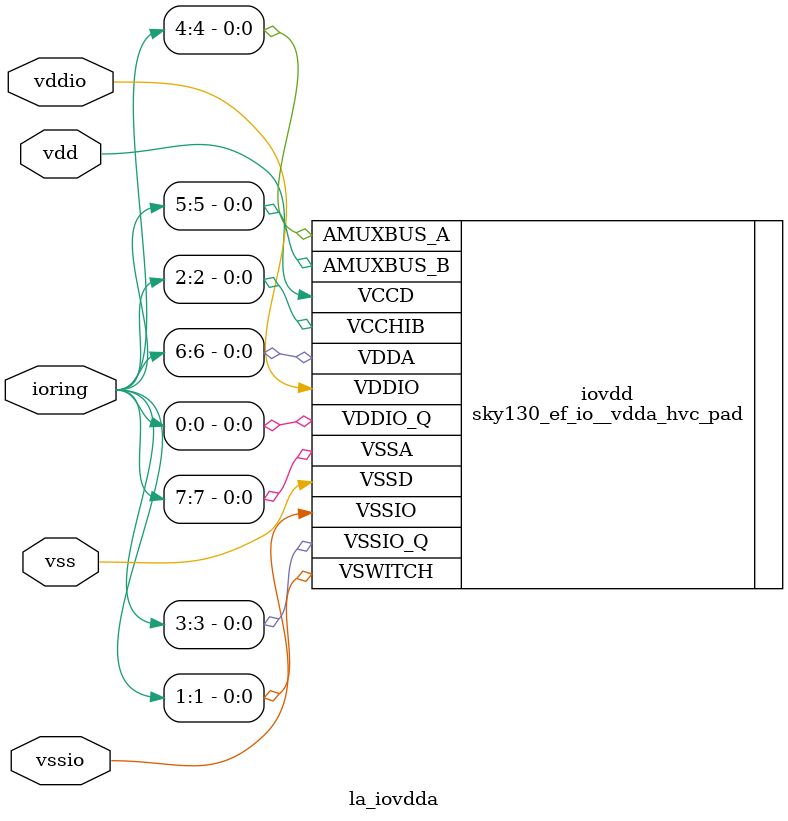
<source format=v>
/*****************************************************************************
 * Function: IO supply cell (vdda)
 * Copyright: Lambda Project Authors. All rights Reserved.
 * License:  MIT (see LICENSE file in Lambda repository)
 *
 * Docs:
 *
 *
 ****************************************************************************/
module la_iovdda #(
    parameter PROP  = "DEFAULT",  // cell type
    parameter SIDE  = "NO",       // "NO", "SO", "EA", "WE"
    parameter RINGW = 8           // width of io ring
) (
    inout             vdd,    // core supply
    inout             vss,    // core ground
    inout             vddio,  // io supply
    inout             vssio,  // io ground
    inout [RINGW-1:0] ioring  // generic io-ring interface
);

    sky130_ef_io__vdda_hvc_pad
      iovdd (
             .VDDIO(vddio),
             .VDDIO_Q(ioring[0]),
             .VDDA(ioring[6]),
             .VCCD(vdd),
             .VSWITCH(ioring[1]),
             .VCCHIB(ioring[2]),
             .VSSA(ioring[7]),
             .VSSD(vss),
             .VSSIO_Q(ioring[3]),
             .VSSIO(vssio),
             .AMUXBUS_A(ioring[4]),
	     .AMUXBUS_B(ioring[5]));

endmodule

</source>
